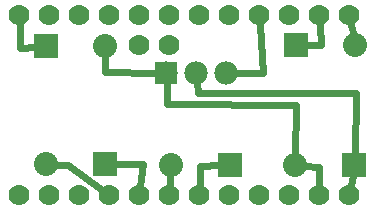
<source format=gbl>
G04 MADE WITH FRITZING*
G04 WWW.FRITZING.ORG*
G04 DOUBLE SIDED*
G04 HOLES PLATED*
G04 CONTOUR ON CENTER OF CONTOUR VECTOR*
%ASAXBY*%
%FSLAX23Y23*%
%MOIN*%
%OFA0B0*%
%SFA1.0B1.0*%
%ADD10C,0.070000*%
%ADD11C,0.080000*%
%ADD12C,0.078000*%
%ADD13R,0.080000X0.080000*%
%ADD14R,0.078000X0.078000*%
%ADD15C,0.024000*%
%LNCOPPER0*%
G90*
G70*
G54D10*
X394Y653D03*
X594Y53D03*
X1194Y653D03*
X994Y53D03*
X194Y53D03*
X794Y653D03*
X1194Y53D03*
X794Y53D03*
X394Y53D03*
X594Y553D03*
X994Y653D03*
X594Y653D03*
X194Y653D03*
X1094Y53D03*
X894Y53D03*
X694Y53D03*
X494Y53D03*
X294Y53D03*
X94Y53D03*
X494Y553D03*
X1094Y653D03*
X894Y653D03*
X694Y653D03*
X494Y653D03*
X294Y653D03*
X94Y653D03*
G54D11*
X1017Y555D03*
X1214Y555D03*
X795Y155D03*
X599Y155D03*
X1210Y153D03*
X1013Y153D03*
X181Y551D03*
X378Y551D03*
X379Y157D03*
X182Y157D03*
G54D12*
X584Y462D03*
X684Y462D03*
X784Y462D03*
G54D13*
X1017Y555D03*
X795Y155D03*
X1210Y153D03*
X181Y551D03*
X379Y157D03*
G54D14*
X584Y462D03*
G54D15*
X1044Y151D02*
X1094Y149D01*
D02*
X1094Y149D02*
X1094Y84D01*
D02*
X1205Y122D02*
X1199Y83D01*
D02*
X688Y396D02*
X1216Y393D01*
D02*
X1216Y393D02*
X1211Y184D01*
D02*
X686Y432D02*
X688Y396D01*
D02*
X1016Y354D02*
X1013Y184D01*
D02*
X585Y357D02*
X1016Y354D01*
D02*
X585Y432D02*
X585Y357D01*
D02*
X696Y151D02*
X695Y84D01*
D02*
X764Y154D02*
X696Y151D01*
D02*
X597Y124D02*
X595Y84D01*
D02*
X410Y157D02*
X505Y157D01*
D02*
X505Y157D02*
X497Y84D01*
D02*
X554Y462D02*
X380Y465D01*
D02*
X380Y465D02*
X379Y520D01*
D02*
X815Y461D02*
X905Y460D01*
D02*
X905Y460D02*
X896Y622D01*
D02*
X1099Y554D02*
X1096Y622D01*
D02*
X1049Y555D02*
X1099Y554D01*
D02*
X1208Y585D02*
X1200Y622D01*
D02*
X255Y154D02*
X369Y71D01*
D02*
X213Y156D02*
X255Y154D01*
D02*
X96Y546D02*
X95Y622D01*
D02*
X150Y549D02*
X96Y546D01*
G04 End of Copper0*
M02*
</source>
